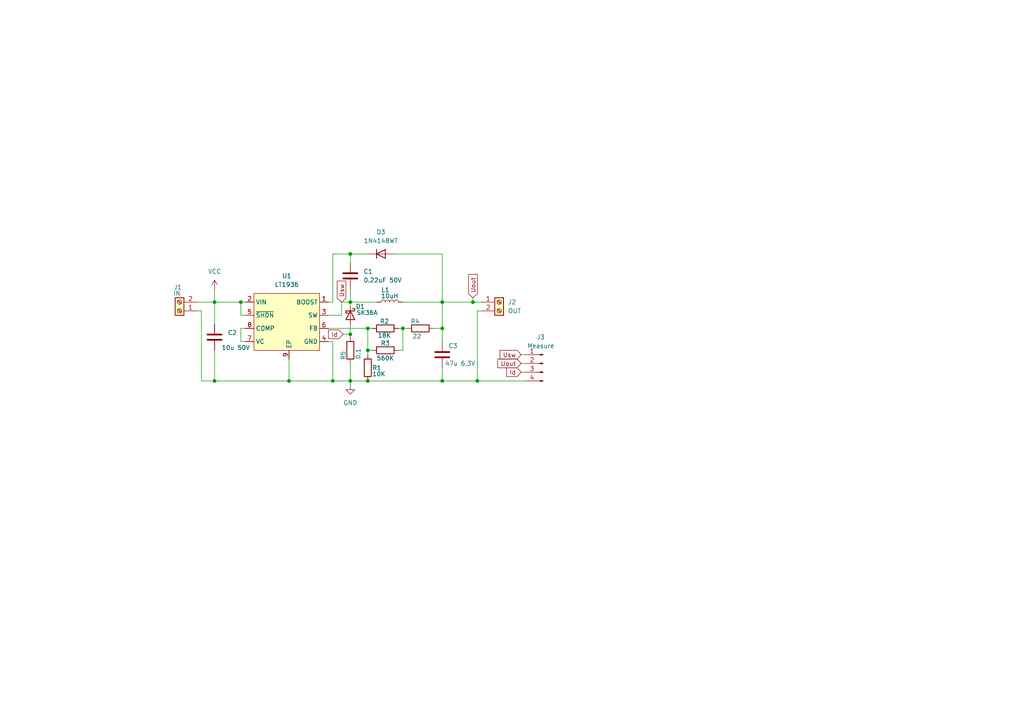
<source format=kicad_sch>
(kicad_sch (version 20250114) (generator "eeschema") (generator_version "9.0")
  (paper "A4")
  (lib_symbols
    (symbol "Connector:Conn_01x04_Pin" (pin_names (offset 1.016) (hide yes))
      (property "Reference" "J" (at 0 5.08 0))
      (property "Value" "Conn_01x04_Pin" (at 0 -7.62 0))
      (symbol "Conn_01x04_Pin_1_1"
        (rectangle (start 0.8636 2.667) (end 0 2.413) (stroke (width 0.1524)) (fill (type outline)))
        (rectangle (start 0.8636 0.127) (end 0 -0.127) (stroke (width 0.1524)) (fill (type outline)))
        (rectangle (start 0.8636 -2.413) (end 0 -2.667) (stroke (width 0.1524)) (fill (type outline)))
        (rectangle (start 0.8636 -4.953) (end 0 -5.207) (stroke (width 0.1524)) (fill (type outline)))
        (polyline (pts (xy 1.27 2.54) (xy 0.8636 2.54)) (stroke (width 0.1524)))
        (polyline (pts (xy 1.27 0) (xy 0.8636 0)) (stroke (width 0.1524)))
        (polyline (pts (xy 1.27 -2.54) (xy 0.8636 -2.54)) (stroke (width 0.1524)))
        (polyline (pts (xy 1.27 -5.08) (xy 0.8636 -5.08)) (stroke (width 0.1524)))
        (pin passive line (at 5.08 2.54 180) (length 3.81) (name "Pin_1") (number "1"))
        (pin passive line (at 5.08 0 180) (length 3.81) (name "Pin_2") (number "2"))
        (pin passive line (at 5.08 -2.54 180) (length 3.81) (name "Pin_3") (number "3"))
        (pin passive line (at 5.08 -5.08 180) (length 3.81) (name "Pin_4") (number "4"))
      )
    )
    (symbol "Connector:Screw_Terminal_01x02" (pin_names (offset 1.016) (hide yes))
      (property "Reference" "J" (at 0 2.54 0))
      (property "Value" "Screw_Terminal_01x02" (at 0 -5.08 0))
      (symbol "Screw_Terminal_01x02_1_1"
        (rectangle (start -1.27 1.27) (end 1.27 -3.81) (stroke (width 0.254)) (fill (type background)))
        (polyline (pts (xy -0.5334 0.3302) (xy 0.3302 -0.508)) (stroke (width 0.1524)))
        (polyline (pts (xy -0.5334 -2.2098) (xy 0.3302 -3.048)) (stroke (width 0.1524)))
        (polyline (pts (xy -0.3556 0.508) (xy 0.508 -0.3302)) (stroke (width 0.1524)))
        (polyline (pts (xy -0.3556 -2.032) (xy 0.508 -2.8702)) (stroke (width 0.1524)))
        (circle (center 0 0) (radius 0.635) (stroke (width 0.1524)))
        (circle (center 0 -2.54) (radius 0.635) (stroke (width 0.1524)))
        (pin passive line (at -5.08 0 0) (length 3.81) (name "Pin_1") (number "1"))
        (pin passive line (at -5.08 -2.54 0) (length 3.81) (name "Pin_2") (number "2"))
      )
    )
    (symbol "Device:C" (pin_numbers (hide yes)) (pin_names (offset 0.254))
      (property "Reference" "C" (at 0.635 2.54 0))
      (property "Value" "C" (at 0.635 -2.54 0))
      (symbol "C_0_1"
        (polyline (pts (xy -2.032 0.762) (xy 2.032 0.762)) (stroke (width 0.508)))
        (polyline (pts (xy -2.032 -0.762) (xy 2.032 -0.762)) (stroke (width 0.508)))
      )
      (symbol "C_1_1"
        (pin passive line (at 0 3.81 270) (length 2.794) (name "~") (number "1"))
        (pin passive line (at 0 -3.81 90) (length 2.794) (name "~") (number "2"))
      )
    )
    (symbol "Device:D_Schottky" (pin_numbers (hide yes)) (pin_names (offset 1.016) (hide yes))
      (property "Reference" "D1" (at -1.5876 2.54 90))
      (property "Value" "D_Schottky" (at 0.9524 2.54 90))
      (symbol "D_Schottky_0_1"
        (polyline (pts (xy -1.905 0.635) (xy -1.905 1.27) (xy -1.27 1.27) (xy -1.27 -1.27) (xy -0.635 -1.27) (xy -0.635 -0.635)) (stroke (width 0.254)))
        (polyline (pts (xy 1.27 1.27) (xy 1.27 -1.27) (xy -1.27 0) (xy 1.27 1.27)) (stroke (width 0.254)))
        (polyline (pts (xy 1.27 0) (xy -1.27 0)))
      )
      (symbol "D_Schottky_1_1"
        (pin passive line (at -2.54 0 0) (length 1.27) (name "K") (number "1"))
        (pin passive line (at 2.54 0 180) (length 1.27) (name "A") (number "2"))
      )
    )
    (symbol "Device:L" (pin_numbers (hide yes)) (pin_names (offset 1.016) (hide yes))
      (property "Reference" "L" (at -1.27 0 90))
      (property "Value" "L" (at 1.905 0 90))
      (symbol "L_0_1"
        (arc (start 0 2.54) (mid 0.6323 1.905) (end 0 1.27))
        (arc (start 0 1.27) (mid 0.6323 0.635) (end 0 0))
        (arc (start 0 0) (mid 0.6323 -0.635) (end 0 -1.27))
        (arc (start 0 -1.27) (mid 0.6323 -1.905) (end 0 -2.54))
      )
      (symbol "L_1_1"
        (pin passive line (at 0 3.81 270) (length 1.27) (name "1") (number "1"))
        (pin passive line (at 0 -3.81 90) (length 1.27) (name "2") (number "2"))
      )
    )
    (symbol "Device:R" (pin_numbers (hide yes)) (pin_names (offset 0))
      (property "Reference" "R" (at 2.032 0 90))
      (property "Value" "R" (at 0 0 90))
      (symbol "R_0_1"
        (rectangle (start -1.016 -2.54) (end 1.016 2.54) (stroke (width 0.254)))
      )
      (symbol "R_1_1"
        (pin passive line (at 0 3.81 270) (length 1.27) (name "~") (number "1"))
        (pin passive line (at 0 -3.81 90) (length 1.27) (name "~") (number "2"))
      )
    )
    (symbol "Diode:1N4148WT" (pin_numbers (hide yes)) (pin_names (hide yes))
      (property "Reference" "D" (at 0 2.54 0))
      (property "Value" "1N4148WT" (at 0 -2.54 0))
      (symbol "1N4148WT_0_1"
        (polyline (pts (xy -1.27 1.27) (xy -1.27 -1.27)) (stroke (width 0.254)))
        (polyline (pts (xy 1.27 1.27) (xy 1.27 -1.27) (xy -1.27 0) (xy 1.27 1.27)) (stroke (width 0.254)))
        (polyline (pts (xy 1.27 0) (xy -1.27 0)))
      )
      (symbol "1N4148WT_1_1"
        (pin passive line (at -3.81 0 0) (length 2.54) (name "K") (number "1"))
        (pin passive line (at 3.81 0 180) (length 2.54) (name "A") (number "2"))
      )
    )
    (symbol "New_Library:LT1936"
      (property "Reference" "U1" (at -0.635 3.81 0))
      (property "Value" "LT1936" (at -0.635 1.27 0))
      (symbol "LT1936_1_1"
        (rectangle (start -10.16 -1.27) (end 8.89 -17.78) (fill (type color) (color 255 255 194 1)))
        (pin input line (at -12.7 -3.81 0) (length 2.54) (name "VIN") (number "2"))
        (pin input line (at -12.7 -7.62 0) (length 2.54) (name "~{SHDN}") (number "5"))
        (pin input line (at -12.7 -11.43 0) (length 2.54) (name "COMP") (number "8"))
        (pin input line (at -12.7 -15.24 0) (length 2.54) (name "VC") (number "7"))
        (pin input line (at 0 -20.32 90) (length 2.54) (name "EP") (number "9"))
        (pin input line (at 11.43 -3.81 180) (length 2.54) (name "BOOST") (number "1"))
        (pin input line (at 11.43 -7.62 180) (length 2.54) (name "SW") (number "3"))
        (pin input line (at 11.43 -11.43 180) (length 2.54) (name "FB") (number "6"))
        (pin input line (at 11.43 -15.24 180) (length 2.54) (name "GND") (number "4"))
      )
    )
    (symbol "power:GND" (power) (pin_numbers (hide yes)) (pin_names (offset 0) (hide yes))
      (property "Value" "GND" (at 0 -3.81 0))
      (symbol "GND_0_1"
        (polyline (pts (xy 0 0) (xy 0 -1.27) (xy 1.27 -1.27) (xy 0 -2.54) (xy -1.27 -1.27) (xy 0 -1.27)))
      )
      (symbol "GND_1_1"
        (pin power_in line (at 0 0 270) (length 0) (name "~") (number "1"))
      )
    )
    (symbol "power:VCC" (power) (pin_numbers (hide yes)) (pin_names (offset 0) (hide yes))
      (property "Value" "VCC" (at 0 3.556 0))
      (symbol "VCC_0_1"
        (polyline (pts (xy -0.762 1.27) (xy 0 2.54)))
        (polyline (pts (xy 0 2.54) (xy 0.762 1.27)))
        (polyline (pts (xy 0 0) (xy 0 2.54)))
      )
      (symbol "VCC_1_1"
        (pin power_in line (at 0 0 90) (length 0) (name "~") (number "1"))
      )
    )
  )
  (junction (at 137.16 87.63))
  (junction (at 62.23 87.63))
  (junction (at 116.84 95.25))
  (junction (at 83.82 110.49))
  (junction (at 128.27 110.49))
  (junction (at 106.68 110.49))
  (junction (at 128.27 87.63))
  (junction (at 138.43 110.49))
  (junction (at 101.6 96.9578))
  (junction (at 106.68 101.6))
  (junction (at 101.6 110.49))
  (junction (at 128.27 95.25))
  (junction (at 101.6 87.63))
  (junction (at 101.6 73.66))
  (junction (at 62.23 110.49))
  (junction (at 69.85 87.63))
  (junction (at 96.52 110.49))
  (junction (at 106.68 95.25))
  (wire (pts (xy 138.43 110.49) (xy 152.4 110.49)))
  (wire (pts (xy 151.13 107.95) (xy 152.4 107.95)))
  (wire (pts (xy 69.85 95.25) (xy 69.85 99.06)))
  (wire (pts (xy 69.85 91.44) (xy 69.85 87.63)))
  (wire (pts (xy 101.6 73.66) (xy 101.6 76.2)))
  (wire (pts (xy 138.43 90.17) (xy 139.7 90.17)))
  (wire (pts (xy 58.42 110.49) (xy 62.23 110.49)))
  (wire (pts (xy 115.57 95.25) (xy 116.84 95.25)))
  (wire (pts (xy 95.25 95.25) (xy 106.68 95.25)))
  (wire (pts (xy 128.27 106.68) (xy 128.27 110.49)))
  (wire (pts (xy 101.6 110.49) (xy 101.6 111.76)))
  (wire (pts (xy 137.16 87.63) (xy 139.7 87.63)))
  (wire (pts (xy 83.82 104.14) (xy 83.82 110.49)))
  (wire (pts (xy 106.68 95.25) (xy 106.68 101.6)))
  (wire (pts (xy 116.84 95.25) (xy 118.11 95.25)))
  (wire (pts (xy 95.25 87.63) (xy 96.52 87.63)))
  (wire (pts (xy 128.27 73.66) (xy 128.27 87.63)))
  (wire (pts (xy 99.465 96.9578) (xy 101.6 96.9578)))
  (wire (pts (xy 95.25 99.06) (xy 96.52 99.06)))
  (wire (pts (xy 62.23 110.49) (xy 83.82 110.49)))
  (wire (pts (xy 57.15 87.63) (xy 62.23 87.63)))
  (wire (pts (xy 114.3 73.66) (xy 128.27 73.66)))
  (wire (pts (xy 101.6 83.82) (xy 101.6 87.63)))
  (wire (pts (xy 101.6 105.41) (xy 101.6 110.49)))
  (wire (pts (xy 95.25 91.44) (xy 99.06 91.44)))
  (wire (pts (xy 151.13 102.87) (xy 152.4 102.87)))
  (wire (pts (xy 96.52 87.63) (xy 96.52 73.66)))
  (wire (pts (xy 101.6 73.66) (xy 106.68 73.66)))
  (wire (pts (xy 62.23 87.63) (xy 69.85 87.63)))
  (wire (pts (xy 99.06 91.44) (xy 99.06 87.63)))
  (wire (pts (xy 58.42 90.17) (xy 58.42 110.49)))
  (wire (pts (xy 116.84 87.63) (xy 128.27 87.63)))
  (wire (pts (xy 101.6 110.49) (xy 106.68 110.49)))
  (wire (pts (xy 62.23 101.6) (xy 62.23 110.49)))
  (wire (pts (xy 83.82 110.49) (xy 96.52 110.49)))
  (wire (pts (xy 138.43 110.49) (xy 128.27 110.49)))
  (wire (pts (xy 138.43 90.17) (xy 138.43 110.49)))
  (wire (pts (xy 57.15 90.17) (xy 58.42 90.17)))
  (wire (pts (xy 62.23 87.63) (xy 62.23 93.98)))
  (wire (pts (xy 128.27 110.49) (xy 106.68 110.49)))
  (wire (pts (xy 71.12 91.44) (xy 69.85 91.44)))
  (wire (pts (xy 71.12 95.25) (xy 69.85 95.25)))
  (wire (pts (xy 101.6 96.9578) (xy 101.6 97.79)))
  (wire (pts (xy 116.84 101.6) (xy 116.84 95.25)))
  (wire (pts (xy 128.27 95.25) (xy 128.27 99.06)))
  (wire (pts (xy 128.27 87.63) (xy 137.16 87.63)))
  (wire (pts (xy 106.68 101.6) (xy 106.68 102.87)))
  (wire (pts (xy 69.85 99.06) (xy 71.12 99.06)))
  (wire (pts (xy 115.57 101.6) (xy 116.84 101.6)))
  (wire (pts (xy 101.6 87.63) (xy 101.6 88.9)))
  (wire (pts (xy 96.52 110.49) (xy 101.6 110.49)))
  (wire (pts (xy 96.52 73.66) (xy 101.6 73.66)))
  (wire (pts (xy 96.52 99.06) (xy 96.52 110.49)))
  (wire (pts (xy 125.73 95.25) (xy 128.27 95.25)))
  (wire (pts (xy 151.13 105.41) (xy 152.4 105.41)))
  (wire (pts (xy 99.06 87.63) (xy 101.6 87.63)))
  (wire (pts (xy 107.95 101.6) (xy 106.68 101.6)))
  (wire (pts (xy 69.85 87.63) (xy 71.12 87.63)))
  (wire (pts (xy 101.6 93.98) (xy 101.6 96.9578)))
  (wire (pts (xy 137.16 86.36) (xy 137.16 87.63)))
  (wire (pts (xy 101.6 87.63) (xy 109.22 87.63)))
  (wire (pts (xy 128.27 87.63) (xy 128.27 95.25)))
  (wire (pts (xy 106.68 95.25) (xy 107.95 95.25)))
  (wire (pts (xy 62.23 83.82) (xy 62.23 87.63)))
  (global_label "Usw" (shape input) (at 151.13 102.87 180) (property "Intersheetrefs" "${INTERSHEET_REFS}" (effects (hide yes))))
  (global_label "Usw" (shape input) (at 99.06 87.63 90) (property "Intersheetrefs" "${INTERSHEET_REFS}" (effects (hide yes))))
  (global_label "Id" (shape input) (at 99.465 96.9578 180) (property "Intersheetrefs" "${INTERSHEET_REFS}" (effects (hide yes))))
  (global_label "Id" (shape input) (at 151.13 107.95 180) (property "Intersheetrefs" "${INTERSHEET_REFS}" (effects (hide yes))))
  (global_label "Uout" (shape input) (at 137.16 86.36 90) (property "Intersheetrefs" "${INTERSHEET_REFS}" (effects (hide yes))))
  (global_label "Uout" (shape input) (at 151.13 105.41 180) (property "Intersheetrefs" "${INTERSHEET_REFS}" (effects (hide yes))))
  (symbol (lib_id "Device:D_Schottky") (at 101.6 91.44 270) (unit 1)
    (property "Reference" "D1" (at 103.124 88.9 90) (effects (justify left)))
    (property "Value" "SK36A" (at 103.378 90.678 90) (effects (justify left)))
    (property "Footprint" "Diode_SMD:D_SMC" (effects (hide yes)))
    (property "Description" "Schottky diode" (effects (hide yes)))
  )
  (symbol (lib_id "Device:C") (at 62.23 97.79 0) (unit 1)
    (property "Reference" "C2" (at 66.04 96.5199 0) (effects (justify left)))
    (property "Value" "10u 50V" (at 64.262 100.838 0) (effects (justify left)))
    (property "Footprint" "Capacitor_SMD:C_1206_3216Metric_Pad1.33x1.80mm_HandSolder" (effects (hide yes)))
    (property "Description" "Unpolarized capacitor" (effects (hide yes)))
  )
  (symbol (lib_id "Device:R") (at 101.6 101.6 180) (unit 1)
    (property "Reference" "R5" (at 99.568 103.124 90))
    (property "Value" "0.1" (at 103.886 102.616 90))
    (property "Footprint" "Resistor_SMD:R_2010_5025Metric_Pad1.40x2.65mm_HandSolder" (effects (hide yes)))
    (property "Description" "Resistor" (effects (hide yes)))
  )
  (symbol (lib_id "Device:R") (at 111.76 101.6 90) (unit 1)
    (property "Reference" "R3" (at 111.76 99.568 90))
    (property "Value" "560K" (at 111.76 103.886 90))
    (property "Footprint" "Resistor_SMD:R_1206_3216Metric_Pad1.30x1.75mm_HandSolder" (effects (hide yes)))
    (property "Description" "Resistor" (effects (hide yes)))
  )
  (symbol (lib_id "Device:R") (at 111.76 95.25 90) (unit 1)
    (property "Reference" "R2" (at 111.506 93.218 90))
    (property "Value" "18K" (at 111.506 97.282 90))
    (property "Footprint" "Resistor_SMD:R_1206_3216Metric_Pad1.30x1.75mm_HandSolder" (effects (hide yes)))
    (property "Description" "Resistor" (effects (hide yes)))
  )
  (symbol (lib_id "Device:C") (at 128.27 102.87 0) (unit 1)
    (property "Reference" "C3" (at 130.048 100.33 0) (effects (justify left)))
    (property "Value" "47u 6,3V" (at 129.032 105.41 0) (effects (justify left)))
    (property "Footprint" "Capacitor_SMD:C_1210_3225Metric_Pad1.33x2.70mm_HandSolder" (effects (hide yes)))
    (property "Description" "Unpolarized capacitor" (effects (hide yes)))
  )
  (symbol (lib_id "New_Library:LT1936") (at 83.82 83.82 0) (unit 1)
    (property "Reference" "U1" (at 83.185 80.01 0))
    (property "Value" "LT1936" (at 83.185 82.55 0))
    (property "Footprint" "Package_SO:MSOP-8-1EP_3x3mm_P0.65mm_EP1.95x2.15mm" (effects (hide yes)))
  )
  (symbol (lib_id "power:GND") (at 101.6 111.76 0) (unit 1)
    (property "Reference" "#PWR02" (effects (hide yes)))
    (property "Value" "GND" (at 101.6 116.84 0))
    (property "Description" "Power symbol creates a global label with name \"GND\" , ground" (effects (hide yes)))
  )
  (symbol (lib_id "Device:R") (at 121.92 95.25 90) (unit 1)
    (property "Reference" "R4" (at 120.396 93.218 90))
    (property "Value" "22" (at 120.904 97.536 90))
    (property "Footprint" "Resistor_SMD:R_1206_3216Metric_Pad1.30x1.75mm_HandSolder" (effects (hide yes)))
    (property "Description" "Resistor" (effects (hide yes)))
  )
  (symbol (lib_id "power:VCC") (at 62.23 83.82 0) (unit 1)
    (property "Reference" "#PWR01" (effects (hide yes)))
    (property "Value" "VCC" (at 62.23 78.74 0))
    (property "Description" "Power symbol creates a global label with name \"VCC\"" (effects (hide yes)))
  )
  (symbol (lib_id "Device:L") (at 113.03 87.63 90) (unit 1)
    (property "Reference" "L1" (at 111.76 84.074 90))
    (property "Value" "10uH" (at 113.03 85.852 90))
    (property "Footprint" "Inductor_SMD:L_7.3x7.3_H4.5" (effects (hide yes)))
    (property "Description" "744777910" (effects (hide yes)))
  )
  (symbol (lib_id "Connector:Screw_Terminal_01x02") (at 52.07 90.17 180) (unit 1)
    (property "Reference" "J1" (at 51.562 83.312 0))
    (property "Value" "IN" (at 51.308 85.09 0))
    (property "Footprint" "TerminalBlock:TerminalBlock_MaiXu_MX126-5.0-02P_1x02_P5.00mm" (effects (hide yes)))
    (property "Description" "Generic screw terminal, single row, 01x02, script generated (kicad-library-utils/schlib/autogen/connector/)" (effects (hide yes)))
  )
  (symbol (lib_id "Device:R") (at 106.68 106.68 0) (unit 1)
    (property "Reference" "R1" (at 107.95 106.68 0) (effects (justify left)))
    (property "Value" "10K" (at 107.95 108.458 0) (effects (justify left)))
    (property "Footprint" "Resistor_SMD:R_1206_3216Metric_Pad1.30x1.75mm_HandSolder" (effects (hide yes)))
    (property "Description" "Resistor" (effects (hide yes)))
  )
  (symbol (lib_id "Diode:1N4148WT") (at 110.49 73.66 0) (unit 1)
    (property "Reference" "D3" (at 110.49 67.31 0))
    (property "Value" "1N4148WT" (at 110.49 69.85 0))
    (property "Footprint" "Diode_SMD:D_SOD-523" (effects (hide yes)))
    (property "Datasheet" "https://www.diodes.com/assets/Datasheets/ds30396.pdf" (effects (hide yes)))
    (property "Description" "75V 0.15A Fast switching Diode, SOD-523" (effects (hide yes)))
    (property "Sim.Device" "D" (effects (hide yes)))
    (property "Sim.Pins" "1=K 2=A" (effects (hide yes)))
  )
  (symbol (lib_id "Connector:Conn_01x04_Pin") (at 157.48 105.41 0) (mirror y) (unit 1)
    (property "Reference" "J3" (at 156.845 97.79 0))
    (property "Value" "Measure" (at 156.845 100.33 0))
    (property "Footprint" "Connector_PinHeader_2.54mm:PinHeader_1x04_P2.54mm_Vertical" (effects (hide yes)))
    (property "Description" "Generic connector, single row, 01x04, script generated" (effects (hide yes)))
  )
  (symbol (lib_id "Connector:Screw_Terminal_01x02") (at 144.78 87.63 0) (unit 1)
    (property "Reference" "J2" (at 147.32 87.6299 0) (effects (justify left)))
    (property "Value" "OUT" (at 147.32 90.1699 0) (effects (justify left)))
    (property "Footprint" "TerminalBlock:TerminalBlock_MaiXu_MX126-5.0-02P_1x02_P5.00mm" (effects (hide yes)))
    (property "Description" "Generic screw terminal, single row, 01x02, script generated (kicad-library-utils/schlib/autogen/connector/)" (effects (hide yes)))
  )
  (symbol (lib_id "Device:C") (at 101.6 80.01 0) (unit 1)
    (property "Reference" "C1" (at 105.41 78.7399 0) (effects (justify left)))
    (property "Value" "0.22uF 50V" (at 105.41 81.2799 0) (effects (justify left)))
    (property "Footprint" "Capacitor_SMD:C_0805_2012Metric_Pad1.18x1.45mm_HandSolder" (effects (hide yes)))
    (property "Description" "Unpolarized capacitor" (effects (hide yes)))
  )
)
</source>
